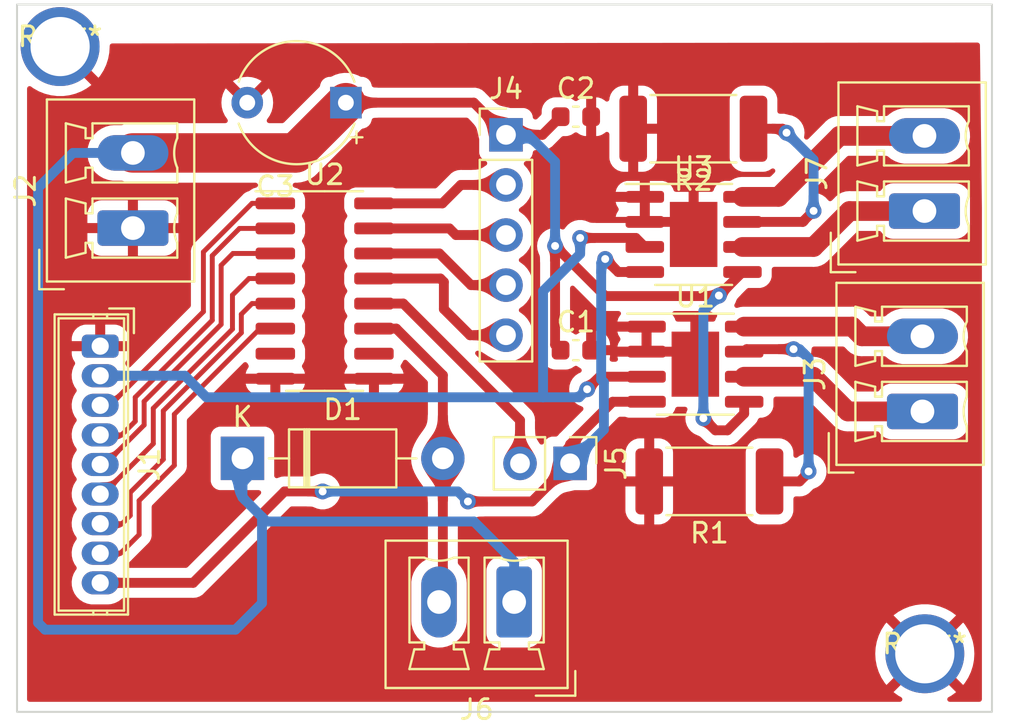
<source format=kicad_pcb>
(kicad_pcb (version 20211014) (generator pcbnew)
  (layers (0 "F.Cu" signal) (31 "B.Cu" signal) (34 "B.Paste" user) (35 "F.Paste" user) (36 "B.SilkS" user "B.Silkscreen") (37 "F.SilkS" user "F.Silkscreen") (38 "B.Mask" user) (39 "F.Mask" user) (44 "Edge.Cuts" user))
  (net 0 "")
  (net 1 "Net-(R2-Pad1)")
  (net 2 "GND")
  (net 3 "Net-(R1-Pad1)")
  (net 4 "/P1")
  (net 5 "/P2")
  (net 6 "/P3")
  (net 7 "/P4")
  (net 8 "/P5")
  (net 9 "/P6")
  (net 12 "Net-(D1-Pad2)")
  (net 13 "Net-(J5-Pad2)")
  (net 14 "Net-(J4-Pad5)")
  (net 15 "Net-(J4-Pad4)")
  (net 16 "Net-(J4-Pad3)")
  (net 17 "Net-(J4-Pad2)")
  (net 18 "Net-(J1-Pad2)")
  (net 19 "VCC")
  (net 20 "VDD")
  (net 21 "Net-(J3-Pad1)")
  (net 22 "Net-(J3-Pad2)")
  (net 23 "Net-(J7-Pad1)")
  (net 24 "Net-(J7-Pad2)")
  (footprint "Resistor_SMD:R_2512_6332Metric_Pad1.40x3.35mm_HandSolder" (layer "F.Cu") (at 175.514 75.0316 180)
    (fp_text reference "R2")
    (fp_text value "0.25")
  )
  (footprint "Resistor_SMD:R_2512_6332Metric_Pad1.40x3.35mm_HandSolder" (layer "F.Cu") (at 176.3268 92.9132 180)
    (fp_text reference "R1")
    (fp_text value "0.25")
  )
  (footprint "Connector_Phoenix_MC:PhoenixContact_MCV_1,5_2-G-3.81_1x02_P3.81mm_Vertical" (layer "F.Cu") (at 187.2309 79.2051 90)
    (fp_text reference "J7")
    (fp_text value "Conn_01x02")
  )
  (footprint "Capacitor_SMD:C_0603_1608Metric" (layer "F.Cu") (at 169.5574 86.2584)
    (fp_text reference "C1")
    (fp_text value "0.1uf")
  )
  (footprint "Connector_Wuerth:Wuerth_WR-WTB_64800911622_1x09_P1.50mm_Vertical" (layer "F.Cu") (at 145.4404 86.0552 -90)
    (fp_text reference "J1")
    (fp_text value "Conn_01x09")
  )
  (footprint "Library:Hole" (layer "F.Cu") (at 143.4084 70.866)
    (fp_text reference "REF**")
    (fp_text value "Hole")
  )
  (footprint "Capacitor_SMD:C_0603_1608Metric" (layer "F.Cu") (at 169.5574 74.422)
    (fp_text reference "C2")
    (fp_text value "0.1uf")
  )
  (footprint "Connector_Phoenix_MC:PhoenixContact_MCV_1,5_2-G-3.81_1x02_P3.81mm_Vertical" (layer "F.Cu") (at 147.0989 80.0687 90)
    (fp_text reference "J2")
    (fp_text value "Conn_01x02")
  )
  (footprint "Package_SO:SOIC-8-1EP_3.9x4.9mm_P1.27mm_EP2.41x3.3mm" (layer "F.Cu") (at 175.6156 86.9696)
    (fp_text reference "U1")
    (fp_text value "A4950E")
  )
  (footprint "Capacitor_THT:CP_Radial_Tantal_D6.0mm_P5.00mm" (layer "F.Cu") (at 157.8972 73.7108 180)
    (fp_text reference "C3")
    (fp_text value "100uf")
  )
  (footprint "Library:Hole" (layer "F.Cu") (at 187.2488 101.6508)
    (fp_text reference "REF**")
    (fp_text value "Hole")
  )
  (footprint "Connector_PinHeader_2.54mm:PinHeader_1x02_P2.54mm_Vertical" (layer "F.Cu") (at 169.2656 91.9988 -90)
    (fp_text reference "J5")
    (fp_text value "Conn_01x02")
  )
  (footprint "Package_SO:SOP-16_3.9x9.9mm_P1.27mm" (layer "F.Cu") (at 156.8196 83.2612)
    (fp_text reference "U2")
    (fp_text value "ULN2003")
  )
  (footprint "Diode_THT:D_DO-41_SOD81_P10.16mm_Horizontal" (layer "F.Cu") (at 152.654 91.7448)
    (fp_text reference "D1")
    (fp_text value "1N4007")
  )
  (footprint "Package_SO:SOIC-8-1EP_3.9x4.9mm_P1.27mm_EP2.41x3.3mm" (layer "F.Cu") (at 175.5282 80.391)
    (fp_text reference "U3")
    (fp_text value "A4950E")
  )
  (footprint "Connector_Phoenix_MC:PhoenixContact_MCV_1,5_2-G-3.81_1x02_P3.81mm_Vertical" (layer "F.Cu") (at 187.1293 89.3651 90)
    (fp_text reference "J3")
    (fp_text value "Conn_01x02")
  )
  (footprint "Connector_Phoenix_MC:PhoenixContact_MCV_1,5_2-G-3.81_1x02_P3.81mm_Vertical" (layer "F.Cu") (at 166.4287 99.0271 180)
    (fp_text reference "J6")
    (fp_text value "Conn_01x02")
  )
  (footprint "Connector_PinHeader_2.54mm:PinHeader_1x05_P2.54mm_Vertical" (layer "F.Cu") (at 166.0144 75.3414)
    (fp_text reference "J4")
    (fp_text value "Conn_01x05")
  )
  (gr_rect (start 190.6524 104.5972) (end 141.224 68.7324) (layer "Edge.Cuts") (width 0.1) (fill none))
  (segment (start 180.2384 75.2348) (end 180.2892 75.2856) (width 0.5) (layer "F.Cu") (net 1))
  (segment (start 180.0352 75.0316) (end 180.2384 75.2348) (width 0.5) (layer "F.Cu") (net 1))
  (segment (start 181.0512 79.756) (end 178.0032 79.756) (width 0.5) (layer "F.Cu") (net 1))
  (segment (start 181.61 79.1972) (end 181.0512 79.756) (width 0.5) (layer "F.Cu") (net 1))
  (segment (start 178.564 75.0316) (end 180.0352 75.0316) (width 0.5) (layer "F.Cu") (net 1))
  (via (at 180.2384 75.2348) (size 0.8) (drill 0.4) (layers "F.Cu" "B.Cu") (net 1))
  (via (at 181.61 79.1972) (size 0.8) (drill 0.4) (layers "F.Cu" "B.Cu") (net 1))
  (segment (start 181.61 76.6064) (end 181.61 79.1972) (width 0.5) (layer "B.Cu") (net 1))
  (segment (start 180.2384 75.2348) (end 181.61 76.6064) (width 0.5) (layer "B.Cu") (net 1))
  (segment (start 174.9806 86.3346) (end 175.6156 86.9696) (width 0.5) (layer "F.Cu") (net 2))
  (segment (start 173.1406 86.3346) (end 174.9806 86.3346) (width 0.5) (layer "F.Cu") (net 2))
  (segment (start 173.0532 79.756) (end 174.8932 79.756) (width 0.5) (layer "F.Cu") (net 2))
  (segment (start 174.8932 79.756) (end 175.5282 80.391) (width 0.5) (layer "F.Cu") (net 2))
  (segment (start 181.356 92.456) (end 181.356 92.4052) (width 0.5) (layer "F.Cu") (net 3))
  (segment (start 180.8988 92.9132) (end 181.1528 92.6592) (width 0.5) (layer "F.Cu") (net 3))
  (segment (start 179.3768 92.9132) (end 180.8988 92.9132) (width 0.5) (layer "F.Cu") (net 3))
  (segment (start 180.594 86.2076) (end 178.2176 86.2076) (width 0.5) (layer "F.Cu") (net 3))
  (segment (start 181.1528 92.6592) (end 181.356 92.456) (width 0.5) (layer "F.Cu") (net 3))
  (segment (start 178.2176 86.2076) (end 178.0906 86.3346) (width 0.5) (layer "F.Cu") (net 3))
  (via (at 180.594 86.2076) (size 0.8) (drill 0.4) (layers "F.Cu" "B.Cu") (net 3))
  (via (at 181.356 92.4052) (size 0.8) (drill 0.4) (layers "F.Cu" "B.Cu") (net 3))
  (segment (start 181.102 86.4108) (end 180.8988 86.2076) (width 0.5) (layer "B.Cu") (net 3))
  (segment (start 180.8988 86.2076) (end 180.594 86.2076) (width 0.5) (layer "B.Cu") (net 3))
  (segment (start 181.356 86.6648) (end 181.102 86.4108) (width 0.5) (layer "B.Cu") (net 3))
  (segment (start 181.356 92.4052) (end 181.356 86.6648) (width 0.5) (layer "B.Cu") (net 3))
  (segment (start 145.9254 89.0552) (end 145.4404 89.0552) (width 0.25) (layer "F.Cu") (net 4))
  (segment (start 154.3196 78.8162) (end 153.1366 78.8162) (width 0.25) (layer "F.Cu") (net 4))
  (segment (start 150.6728 81.28) (end 150.6728 84.3078) (width 0.25) (layer "F.Cu") (net 4))
  (segment (start 150.6728 84.3078) (end 145.9254 89.0552) (width 0.25) (layer "F.Cu") (net 4))
  (segment (start 153.1366 78.8162) (end 150.6728 81.28) (width 0.25) (layer "F.Cu") (net 4))
  (segment (start 154.3196 80.0862) (end 152.502996 80.0862) (width 0.25) (layer "F.Cu") (net 5))
  (segment (start 147.2184 89.8652) (end 146.5284 90.5552) (width 0.25) (layer "F.Cu") (net 5))
  (segment (start 151.1228 84.7416) (end 147.2184 88.646) (width 0.25) (layer "F.Cu") (net 5))
  (segment (start 152.502996 80.0862) (end 151.1228 81.466396) (width 0.25) (layer "F.Cu") (net 5))
  (segment (start 146.5284 90.5552) (end 145.4404 90.5552) (width 0.25) (layer "F.Cu") (net 5))
  (segment (start 147.2184 88.646) (end 147.2184 89.8652) (width 0.25) (layer "F.Cu") (net 5))
  (segment (start 151.1228 81.466396) (end 151.1228 84.7416) (width 0.25) (layer "F.Cu") (net 5))
  (segment (start 152.1714 81.3562) (end 151.5728 81.9548) (width 0.25) (layer "F.Cu") (net 6))
  (segment (start 147.6684 90.051596) (end 145.664796 92.0552) (width 0.25) (layer "F.Cu") (net 6))
  (segment (start 145.664796 92.0552) (end 145.4404 92.0552) (width 0.25) (layer "F.Cu") (net 6))
  (segment (start 147.6684 88.8564) (end 147.6684 90.051596) (width 0.25) (layer "F.Cu") (net 6))
  (segment (start 151.5728 81.9548) (end 151.5728 84.952) (width 0.25) (layer "F.Cu") (net 6))
  (segment (start 151.5728 84.952) (end 147.6684 88.8564) (width 0.25) (layer "F.Cu") (net 6))
  (segment (start 154.3196 81.3562) (end 152.1714 81.3562) (width 0.25) (layer "F.Cu") (net 6))
  (segment (start 154.3196 82.6262) (end 152.9842 82.6262) (width 0.25) (layer "F.Cu") (net 7))
  (segment (start 148.1328 90.999734) (end 145.577334 93.5552) (width 0.25) (layer "F.Cu") (net 7))
  (segment (start 145.577334 93.5552) (end 145.4404 93.5552) (width 0.25) (layer "F.Cu") (net 7))
  (segment (start 152.146 85.1916) (end 148.1328 89.2048) (width 0.25) (layer "F.Cu") (net 7))
  (segment (start 152.9842 82.6262) (end 152.146 83.4644) (width 0.25) (layer "F.Cu") (net 7))
  (segment (start 152.146 83.4644) (end 152.146 85.1916) (width 0.25) (layer "F.Cu") (net 7))
  (segment (start 148.1328 89.2048) (end 148.1328 90.999734) (width 0.25) (layer "F.Cu") (net 7))
  (segment (start 146.5496 95.0552) (end 145.4404 95.0552) (width 0.25) (layer "F.Cu") (net 8))
  (segment (start 153.1366 83.8962) (end 152.596 84.4368) (width 0.25) (layer "F.Cu") (net 8))
  (segment (start 148.6408 91.7956) (end 146.9644 93.472) (width 0.25) (layer "F.Cu") (net 8))
  (segment (start 146.9644 94.6404) (end 146.5496 95.0552) (width 0.25) (layer "F.Cu") (net 8))
  (segment (start 152.596 84.4368) (end 152.596 85.377996) (width 0.25) (layer "F.Cu") (net 8))
  (segment (start 154.3196 83.8962) (end 153.1366 83.8962) (width 0.25) (layer "F.Cu") (net 8))
  (segment (start 148.6408 89.333196) (end 148.6408 91.7956) (width 0.25) (layer "F.Cu") (net 8))
  (segment (start 146.9644 93.472) (end 146.9644 94.6404) (width 0.25) (layer "F.Cu") (net 8))
  (segment (start 152.596 85.377996) (end 148.6408 89.333196) (width 0.25) (layer "F.Cu") (net 8))
  (segment (start 147.4144 95.6128) (end 146.472 96.5552) (width 0.25) (layer "F.Cu") (net 9))
  (segment (start 147.4144 93.8856) (end 147.4144 95.6128) (width 0.25) (layer "F.Cu") (net 9))
  (segment (start 146.472 96.5552) (end 145.4404 96.5552) (width 0.25) (layer "F.Cu") (net 9))
  (segment (start 149.1996 92.1004) (end 147.4144 93.8856) (width 0.25) (layer "F.Cu") (net 9))
  (segment (start 153.543 85.1662) (end 149.1996 89.5096) (width 0.25) (layer "F.Cu") (net 9))
  (segment (start 149.1996 89.5096) (end 149.1996 92.1004) (width 0.25) (layer "F.Cu") (net 9))
  (segment (start 154.3196 85.1662) (end 153.543 85.1662) (width 0.25) (layer "F.Cu") (net 9))
  (segment (start 162.814 87.5284) (end 162.814 91.7448) (width 0.5) (layer "F.Cu") (net 12))
  (segment (start 159.3196 85.1662) (end 160.4518 85.1662) (width 0.5) (layer "F.Cu") (net 12))
  (segment (start 160.4518 85.1662) (end 162.814 87.5284) (width 0.5) (layer "F.Cu") (net 12))
  (segment (start 162.814 98.8318) (end 162.6187 99.0271) (width 0.5) (layer "F.Cu") (net 12))
  (segment (start 162.814 91.7448) (end 162.814 98.8318) (width 0.5) (layer "F.Cu") (net 12))
  (segment (start 159.3196 83.8962) (end 160.8074 83.8962) (width 0.5) (layer "F.Cu") (net 13))
  (segment (start 166.7256 89.8144) (end 166.7256 91.9988) (width 0.5) (layer "F.Cu") (net 13))
  (segment (start 160.8074 83.8962) (end 166.7256 89.8144) (width 0.5) (layer "F.Cu") (net 13))
  (segment (start 164.1906 85.5014) (end 162.8648 84.1756) (width 0.5) (layer "F.Cu") (net 14))
  (segment (start 162.687 82.6262) (end 159.3196 82.6262) (width 0.5) (layer "F.Cu") (net 14))
  (segment (start 166.0144 85.5014) (end 164.1906 85.5014) (width 0.5) (layer "F.Cu") (net 14))
  (segment (start 162.8648 82.804) (end 162.687 82.6262) (width 0.5) (layer "F.Cu") (net 14))
  (segment (start 162.8648 84.1756) (end 162.8648 82.804) (width 0.5) (layer "F.Cu") (net 14))
  (segment (start 162.6362 81.3562) (end 159.3196 81.3562) (width 0.5) (layer "F.Cu") (net 15))
  (segment (start 164.2414 82.9614) (end 162.6362 81.3562) (width 0.5) (layer "F.Cu") (net 15))
  (segment (start 166.0144 82.9614) (end 164.2414 82.9614) (width 0.5) (layer "F.Cu") (net 15))
  (segment (start 163.4794 80.4214) (end 163.1442 80.0862) (width 0.5) (layer "F.Cu") (net 16))
  (segment (start 166.0144 80.4214) (end 163.4794 80.4214) (width 0.5) (layer "F.Cu") (net 16))
  (segment (start 163.1442 80.0862) (end 159.3196 80.0862) (width 0.5) (layer "F.Cu") (net 16))
  (segment (start 162.7886 78.8162) (end 159.3196 78.8162) (width 0.5) (layer "F.Cu") (net 17))
  (segment (start 163.7234 77.8814) (end 162.7886 78.8162) (width 0.5) (layer "F.Cu") (net 17))
  (segment (start 166.0144 77.8814) (end 163.7234 77.8814) (width 0.5) (layer "F.Cu") (net 17))
  (segment (start 170.7642 87.6046) (end 173.1406 87.6046) (width 0.5) (layer "F.Cu") (net 18))
  (segment (start 169.7736 80.5688) (end 172.596 80.5688) (width 0.5) (layer "F.Cu") (net 18))
  (segment (start 170.1292 88.2396) (end 170.7642 87.6046) (width 0.5) (layer "F.Cu") (net 18))
  (segment (start 172.596 80.5688) (end 173.0532 81.026) (width 0.5) (layer "F.Cu") (net 18))
  (via (at 170.1292 88.2396) (size 0.8) (drill 0.4) (layers "F.Cu" "B.Cu") (net 18))
  (via (at 169.7736 80.5688) (size 0.8) (drill 0.4) (layers "F.Cu" "B.Cu") (net 18))
  (segment (start 169.7228 88.646) (end 170.1292 88.2396) (width 0.5) (layer "B.Cu") (net 18))
  (segment (start 149.7344 87.5552) (end 150.8252 88.646) (width 0.5) (layer "B.Cu") (net 18))
  (segment (start 150.8252 88.646) (end 167.894 88.646) (width 0.5) (layer "B.Cu") (net 18))
  (segment (start 169.7736 80.5688) (end 169.7736 81.3816) (width 0.5) (layer "B.Cu") (net 18))
  (segment (start 167.894 88.646) (end 169.7228 88.646) (width 0.5) (layer "B.Cu") (net 18))
  (segment (start 167.894 83.2612) (end 167.894 88.646) (width 0.5) (layer "B.Cu") (net 18))
  (segment (start 145.4404 87.5552) (end 149.7344 87.5552) (width 0.5) (layer "B.Cu") (net 18))
  (segment (start 169.7736 81.3816) (end 167.894 83.2612) (width 0.5) (layer "B.Cu") (net 18))
  (segment (start 156.718 93.4212) (end 154.7876 93.4212) (width 0.5) (layer "F.Cu") (net 19))
  (segment (start 150.1536 98.0552) (end 145.4404 98.0552) (width 0.5) (layer "F.Cu") (net 19))
  (segment (start 169.2656 91.9988) (end 167.3352 93.9292) (width 0.5) (layer "F.Cu") (net 19))
  (segment (start 154.7876 93.4212) (end 150.1536 98.0552) (width 0.5) (layer "F.Cu") (net 19))
  (segment (start 173.1406 88.8746) (end 171.4246 88.8746) (width 0.5) (layer "F.Cu") (net 19))
  (segment (start 171.0436 81.6356) (end 171.704 82.296) (width 0.5) (layer "F.Cu") (net 19))
  (segment (start 169.2656 91.0336) (end 169.2656 91.9988) (width 0.5) (layer "F.Cu") (net 19))
  (segment (start 167.3352 93.9292) (end 164.084 93.9292) (width 0.5) (layer "F.Cu") (net 19))
  (segment (start 171.4246 88.8746) (end 169.2656 91.0336) (width 0.5) (layer "F.Cu") (net 19))
  (segment (start 171.704 82.296) (end 173.0532 82.296) (width 0.5) (layer "F.Cu") (net 19))
  (via (at 164.084 93.9292) (size 0.8) (drill 0.4) (layers "F.Cu" "B.Cu") (net 19))
  (via (at 171.0436 81.6356) (size 0.8) (drill 0.4) (layers "F.Cu" "B.Cu") (net 19))
  (via (at 156.718 93.4212) (size 0.8) (drill 0.4) (layers "F.Cu" "B.Cu") (net 19))
  (segment (start 170.9792 87.887518) (end 170.9792 90.2852) (width 0.5) (layer "B.Cu") (net 19))
  (segment (start 170.8404 81.8388) (end 170.8404 87.748718) (width 0.5) (layer "B.Cu") (net 19))
  (segment (start 156.718 93.4212) (end 163.576 93.4212) (width 0.5) (layer "B.Cu") (net 19))
  (segment (start 170.8404 87.748718) (end 170.9792 87.887518) (width 0.5) (layer "B.Cu") (net 19))
  (segment (start 171.0436 81.6356) (end 170.8404 81.8388) (width 0.5) (layer "B.Cu") (net 19))
  (segment (start 163.576 93.4212) (end 164.084 93.9292) (width 0.5) (layer "B.Cu") (net 19))
  (segment (start 170.9792 90.2852) (end 169.2656 91.9988) (width 0.5) (layer "B.Cu") (net 19))
  (segment (start 177.2412 90.3224) (end 178.0906 89.473) (width 0.5) (layer "F.Cu") (net 20))
  (segment (start 168.5036 80.9752) (end 168.5036 85.9796) (width 0.5) (layer "F.Cu") (net 20))
  (segment (start 166.0144 75.3414) (end 167.863 75.3414) (width 0.5) (layer "F.Cu") (net 20))
  (segment (start 155.3493 76.2587) (end 157.8972 73.7108) (width 2) (layer "F.Cu") (net 20))
  (segment (start 168.5036 85.9796) (end 168.7824 86.2584) (width 0.5) (layer "F.Cu") (net 20))
  (segment (start 178.0906 89.473) (end 178.0906 88.8746) (width 0.5) (layer "F.Cu") (net 20))
  (segment (start 171.0436 83.5152) (end 176.784 83.5152) (width 0.5) (layer "F.Cu") (net 20))
  (segment (start 164.3838 73.7108) (end 166.0144 75.3414) (width 0.5) (layer "F.Cu") (net 20))
  (segment (start 157.8972 73.7108) (end 164.3838 73.7108) (width 0.5) (layer "F.Cu") (net 20))
  (segment (start 176.8094 83.4898) (end 178.0032 82.296) (width 0.5) (layer "F.Cu") (net 20))
  (segment (start 176.6316 90.3224) (end 177.2412 90.3224) (width 0.5) (layer "F.Cu") (net 20))
  (segment (start 167.863 75.3414) (end 168.7824 74.422) (width 0.5) (layer "F.Cu") (net 20))
  (segment (start 147.0989 76.2587) (end 155.3493 76.2587) (width 2) (layer "F.Cu") (net 20))
  (segment (start 176.022 89.7128) (end 176.6316 90.3224) (width 0.5) (layer "F.Cu") (net 20))
  (segment (start 176.784 83.5152) (end 176.8094 83.4898) (width 0.5) (layer "F.Cu") (net 20))
  (segment (start 168.5036 80.9752) (end 171.0436 83.5152) (width 0.5) (layer "F.Cu") (net 20))
  (via (at 168.5036 80.9752) (size 0.8) (drill 0.4) (layers "F.Cu" "B.Cu") (net 20))
  (via (at 176.022 89.7128) (size 0.8) (drill 0.4) (layers "F.Cu" "B.Cu") (net 20))
  (via (at 176.8094 83.4898) (size 0.8) (drill 0.4) (layers "F.Cu" "B.Cu") (net 20))
  (segment (start 152.654 91.7448) (end 152.654 93.726) (width 0.5) (layer "B.Cu") (net 20))
  (segment (start 168.148 76.3524) (end 168.5036 76.708) (width 0.5) (layer "B.Cu") (net 20))
  (segment (start 176.022 84.2772) (end 176.022 89.7128) (width 0.5) (layer "B.Cu") (net 20))
  (segment (start 153.6446 94.7166) (end 153.8732 94.9452) (width 0.5) (layer "B.Cu") (net 20))
  (segment (start 142.2908 100.076) (end 142.6464 100.4316) (width 0.5) (layer "B.Cu") (net 20))
  (segment (start 142.2908 78.0288) (end 142.2908 100.076) (width 0.5) (layer "B.Cu") (net 20))
  (segment (start 142.6464 100.4316) (end 152.2984 100.4316) (width 0.5) (layer "B.Cu") (net 20))
  (segment (start 164.3888 94.9452) (end 166.4287 96.9851) (width 0.5) (layer "B.Cu") (net 20))
  (segment (start 153.8732 94.9452) (end 164.3888 94.9452) (width 0.5) (layer "B.Cu") (net 20))
  (segment (start 153.6446 99.0854) (end 153.6446 94.7166) (width 0.5) (layer "B.Cu") (net 20))
  (segment (start 167.137 75.3414) (end 168.148 76.3524) (width 0.5) (layer "B.Cu") (net 20))
  (segment (start 176.8094 83.4898) (end 176.022 84.2772) (width 0.5) (layer "B.Cu") (net 20))
  (segment (start 166.0144 75.3414) (end 167.137 75.3414) (width 0.5) (layer "B.Cu") (net 20))
  (segment (start 152.2984 100.4316) (end 153.6446 99.0854) (width 0.5) (layer "B.Cu") (net 20))
  (segment (start 152.654 93.726) (end 153.6446 94.7166) (width 0.5) (layer "B.Cu") (net 20))
  (segment (start 147.0989 76.2587) (end 144.0609 76.2587) (width 0.5) (layer "B.Cu") (net 20))
  (segment (start 168.5036 76.708) (end 168.5036 80.9752) (width 0.5) (layer "B.Cu") (net 20))
  (segment (start 166.4287 96.9851) (end 166.4287 99.0271) (width 0.5) (layer "B.Cu") (net 20))
  (segment (start 144.0609 76.2587) (end 142.2908 78.0288) (width 0.5) (layer "B.Cu") (net 20))
  (segment (start 181.5846 87.6046) (end 178.0906 87.6046) (width 1) (layer "F.Cu") (net 21))
  (segment (start 183.3451 89.3651) (end 181.5846 87.6046) (width 1) (layer "F.Cu") (net 21))
  (segment (start 187.1293 89.3651) (end 183.3451 89.3651) (width 1) (layer "F.Cu") (net 21))
  (segment (start 183.5658 85.0646) (end 178.0906 85.0646) (width 1) (layer "F.Cu") (net 22))
  (segment (start 184.0563 85.5551) (end 183.5658 85.0646) (width 1) (layer "F.Cu") (net 22))
  (segment (start 187.1293 85.5551) (end 184.0563 85.5551) (width 1) (layer "F.Cu") (net 22))
  (segment (start 181.61 81.026) (end 178.0032 81.026) (width 1) (layer "F.Cu") (net 23))
  (segment (start 183.4309 79.2051) (end 181.61 81.026) (width 1) (layer "F.Cu") (net 23))
  (segment (start 187.2309 79.2051) (end 183.4309 79.2051) (width 1) (layer "F.Cu") (net 23))
  (segment (start 179.832 78.486) (end 178.0032 78.486) (width 1) (layer "F.Cu") (net 24))
  (segment (start 187.2309 75.3951) (end 182.9229 75.3951) (width 1) (layer "F.Cu") (net 24))
  (segment (start 182.9229 75.3951) (end 179.832 78.486) (width 1) (layer "F.Cu") (net 24))
  (zone (net 19) (net_name "VCC") (layer "F.Cu") (priority 16962) (connect_pads yes (clearance 0)) (min_thickness 0.0254) (fill yes (thermal_gap 0.508) (thermal_bridge_width 0.508))
    (polygon (pts (xy 146.6054 97.8052) (xy 146.4739 97.802077) (xy 146.362063 97.792868) (xy 146.265889 97.777811) (xy 146.181379 97.757144) (xy 146.104537 97.731107) (xy 146.031364 97.699937) (xy 145.957861 97.663873) (xy 145.880031 97.623153) (xy 145.793875 97.578015) (xy 145.695395 97.5287) (xy 145.1479 98.0552) (xy 145.695395 98.5817) (xy 145.793875 98.532384) (xy 145.880031 98.487246) (xy 145.957861 98.446526) (xy 146.031364 98.410462) (xy 146.104537 98.379292) (xy 146.181379 98.353255) (xy 146.265889 98.332588) (xy 146.362063 98.317531) (xy 146.4739 98.308322) (xy 146.6054 98.3052)))
  )
  (zone (net 12) (net_name "Net-(D1-Pad2)") (layer "F.Cu") (priority 16962) (connect_pads yes (clearance 0)) (min_thickness 0.0254) (fill yes (thermal_gap 0.508) (thermal_bridge_width 0.508))
    (polygon (pts (xy 163.064 93.9348) (xy 163.075172 93.680176) (xy 163.107012 93.469163) (xy 163.157005 93.292372) (xy 163.222636 93.140412) (xy 163.301391 93.003893) (xy 163.390754 92.873426) (xy 163.488211 92.739621) (xy 163.591248 92.593088) (xy 163.697349 92.424437) (xy 163.804 92.224278) (xy 162.814 91.1948) (xy 161.824 92.224278) (xy 161.93065 92.424437) (xy 162.036751 92.593088) (xy 162.139788 92.739621) (xy 162.237245 92.873426) (xy 162.326608 93.003893) (xy 162.405363 93.140412) (xy 162.470994 93.292372) (xy 162.520987 93.469163) (xy 162.552827 93.680176) (xy 162.564 93.9348)))
  )
  (zone (net 3) (net_name "Net-(R1-Pad1)") (layer "F.Cu") (priority 16962) (connect_pads yes (clearance 0)) (min_thickness 0.0254) (fill yes (thermal_gap 0.508) (thermal_bridge_width 0.508))
    (polygon (pts (xy 179.804 86.4576) (xy 179.891651 86.457981) (xy 179.96829 86.459444) (xy 180.035873 86.462468) (xy 180.096354 86.467533) (xy 180.151691 86.475117) (xy 180.203838 86.485699) (xy 180.254751 86.49976) (xy 180.306386 86.517777) (xy 180.360699 86.540231) (xy 180.419645 86.5676) (xy 180.794 86.2076) (xy 180.419645 85.8476) (xy 180.360699 85.874968) (xy 180.306386 85.897422) (xy 180.254751 85.915439) (xy 180.203838 85.9295) (xy 180.151691 85.940082) (xy 180.096354 85.947666) (xy 180.035873 85.952731) (xy 179.96829 85.955755) (xy 179.891651 85.957218) (xy 179.804 85.9576)))
  )
  (zone (net 6) (net_name "/P3") (layer "F.Cu") (priority 16962) (connect_pads yes (clearance 0)) (min_thickness 0.0254) (fill yes (thermal_gap 0.508) (thermal_bridge_width 0.508))
    (polygon (pts (xy 146.279978 91.263242) (xy 146.188686 91.345761) (xy 146.104287 91.404773) (xy 146.024504 91.443949) (xy 145.947059 91.466964) (xy 145.869677 91.47749) (xy 145.79008 91.4792) (xy 145.70599 91.475766) (xy 145.61513 91.470862) (xy 145.515225 91.46816) (xy 145.403996 91.471334) (xy 145.185595 92.198832) (xy 145.921072 92.388634) (xy 145.99152 92.277545) (xy 146.043865 92.176945) (xy 146.083487 92.084254) (xy 146.115769 91.996889) (xy 146.146094 91.91227) (xy 146.179845 91.827816) (xy 146.222404 91.740945) (xy 146.279153 91.649075) (xy 146.355475 91.549627) (xy 146.456754 91.440018)))
  )
  (zone (net 4) (net_name "/P1") (layer "F.Cu") (priority 16962) (connect_pads yes (clearance 0)) (min_thickness 0.0254) (fill yes (thermal_gap 0.508) (thermal_bridge_width 0.508))
    (polygon (pts (xy 146.349663 88.454161) (xy 146.273062 88.521887) (xy 146.20074 88.568392) (xy 146.13126 88.596316) (xy 146.063185 88.608302) (xy 145.99508 88.606993) (xy 145.925508 88.59503) (xy 145.853032 88.575055) (xy 145.776215 88.549712) (xy 145.693622 88.521643) (xy 145.603816 88.493489) (xy 145.152014 89.104084) (xy 145.854057 89.468857) (xy 145.94319 89.375088) (xy 146.014828 89.290869) (xy 146.073707 89.21345) (xy 146.124563 89.14008) (xy 146.172133 89.068011) (xy 146.221152 88.994493) (xy 146.276355 88.916776) (xy 146.34248 88.832111) (xy 146.424263 88.737747) (xy 146.526439 88.630937)))
  )
  (zone (net 20) (net_name "VDD") (layer "F.Cu") (priority 16962) (connect_pads yes (clearance 0)) (min_thickness 0.0254) (fill yes (thermal_gap 0.508) (thermal_bridge_width 0.508))
    (polygon (pts (xy 168.7536 81.7652) (xy 168.753981 81.677548) (xy 168.755444 81.600909) (xy 168.758468 81.533326) (xy 168.763533 81.472845) (xy 168.771117 81.417508) (xy 168.781699 81.365361) (xy 168.79576 81.314448) (xy 168.813777 81.262813) (xy 168.836231 81.2085) (xy 168.8636 81.149555) (xy 168.5036 80.7752) (xy 168.1436 81.149555) (xy 168.170968 81.2085) (xy 168.193422 81.262813) (xy 168.211439 81.314448) (xy 168.2255 81.365361) (xy 168.236082 81.417508) (xy 168.243666 81.472845) (xy 168.248731 81.533326) (xy 168.251755 81.600909) (xy 168.253218 81.677548) (xy 168.2536 81.7652)))
  )
  (zone (net 19) (net_name "VCC") (layer "F.Cu") (priority 16962) (connect_pads yes (clearance 0)) (min_thickness 0.0254) (fill yes (thermal_gap 0.508) (thermal_bridge_width 0.508))
    (polygon (pts (xy 155.928 93.6712) (xy 156.015651 93.671581) (xy 156.09229 93.673044) (xy 156.159873 93.676068) (xy 156.220354 93.681133) (xy 156.275691 93.688717) (xy 156.327838 93.699299) (xy 156.378751 93.71336) (xy 156.430386 93.731377) (xy 156.484699 93.753831) (xy 156.543645 93.7812) (xy 156.918 93.4212) (xy 156.543645 93.0612) (xy 156.484699 93.088568) (xy 156.430386 93.111022) (xy 156.378751 93.129039) (xy 156.327838 93.1431) (xy 156.275691 93.153682) (xy 156.220354 93.161266) (xy 156.159873 93.166331) (xy 156.09229 93.169355) (xy 156.015651 93.170818) (xy 155.928 93.1712)))
  )
  (zone (net 7) (net_name "/P4") (layer "F.Cu") (priority 16962) (connect_pads yes (clearance 0)) (min_thickness 0.0254) (fill yes (thermal_gap 0.508) (thermal_bridge_width 0.508))
    (polygon (pts (xy 146.249085 92.706673) (xy 146.153217 92.793838) (xy 146.06507 92.856919) (xy 145.98217 92.899952) (xy 145.902041 92.926969) (xy 145.822211 92.942008) (xy 145.740205 92.949101) (xy 145.653549 92.952283) (xy 145.559769 92.95559) (xy 145.456392 92.963057) (xy 145.340942 92.978717) (xy 145.202659 93.725597) (xy 145.954373 93.834584) (xy 146.011206 93.719175) (xy 146.052339 93.615394) (xy 146.082852 93.520571) (xy 146.107825 93.432037) (xy 146.132341 93.347124) (xy 146.161478 93.263162) (xy 146.200318 93.177482) (xy 146.253941 93.087416) (xy 146.327428 92.990295) (xy 146.425861 92.883449)))
  )
  (zone (net 15) (net_name "Net-(J4-Pad4)") (layer "F.Cu") (priority 16962) (connect_pads yes (clearance 0)) (min_thickness 0.0254) (fill yes (thermal_gap 0.508) (thermal_bridge_width 0.508))
    (polygon (pts (xy 164.3244 83.2114) (xy 164.518671 83.218665) (xy 164.681061 83.239522) (xy 164.818333 83.27256) (xy 164.937247 83.316368) (xy 165.044566 83.369535) (xy 165.147052 83.430652) (xy 165.251466 83.498307) (xy 165.364569 83.57109) (xy 165.493125 83.647591) (xy 165.643894 83.7264) (xy 166.4394 82.9614) (xy 165.643894 82.1964) (xy 165.493125 82.275208) (xy 165.364569 82.351709) (xy 165.251466 82.424492) (xy 165.147052 82.492147) (xy 165.044566 82.553264) (xy 164.937247 82.606431) (xy 164.818333 82.650239) (xy 164.681061 82.683277) (xy 164.518671 82.704134) (xy 164.3244 82.7114)))
  )
  (zone (net 3) (net_name "Net-(R1-Pad1)") (layer "F.Cu") (priority 16962) (connect_pads yes (clearance 0)) (min_thickness 0.0254) (fill yes (thermal_gap 0.508) (thermal_bridge_width 0.508))
    (polygon (pts (xy 180.778011 93.1632) (xy 180.870069 93.153175) (xy 180.944727 93.125967) (xy 181.005654 93.085871) (xy 181.056521 93.037183) (xy 181.100999 92.984199) (xy 181.142757 92.931215) (xy 181.185466 92.882527) (xy 181.232796 92.842431) (xy 181.288417 92.815223) (xy 181.356 92.805199) (xy 181.484316 92.25179) (xy 180.967998 92.30797) (xy 180.959391 92.352733) (xy 180.953788 92.399933) (xy 180.949195 92.447885) (xy 180.943621 92.494907) (xy 180.935073 92.539314) (xy 180.92156 92.579423) (xy 180.901089 92.61355) (xy 180.871668 92.64001) (xy 180.831306 92.657122) (xy 180.778011 92.6632)))
  )
  (zone (net 19) (net_name "VCC") (layer "F.Cu") (priority 16962) (connect_pads yes (clearance 0)) (min_thickness 0.0254) (fill yes (thermal_gap 0.508) (thermal_bridge_width 0.508))
    (polygon (pts (xy 171.77899 82.017437) (xy 171.71728 81.955188) (xy 171.664123 81.899962) (xy 171.618474 81.850035) (xy 171.579288 81.803687) (xy 171.545522 81.759196) (xy 171.516131 81.714839) (xy 171.490072 81.668896) (xy 171.466301 81.619644) (xy 171.443774 81.565363) (xy 171.421446 81.50433) (xy 170.902179 81.494179) (xy 170.91233 82.013446) (xy 170.973363 82.035774) (xy 171.027644 82.058301) (xy 171.076896 82.082072) (xy 171.122839 82.108131) (xy 171.167196 82.137522) (xy 171.211687 82.171288) (xy 171.258035 82.210474) (xy 171.307962 82.256123) (xy 171.363188 82.30928) (xy 171.425437 82.37099)))
  )
  (zone (net 12) (net_name "Net-(D1-Pad2)") (layer "F.Cu") (priority 16962) (connect_pads yes (clearance 0)) (min_thickness 0.0254) (fill yes (thermal_gap 0.508) (thermal_bridge_width 0.508))
    (polygon (pts (xy 162.564 89.5548) (xy 162.552827 89.809423) (xy 162.520987 90.020436) (xy 162.470994 90.197227) (xy 162.405363 90.349187) (xy 162.326608 90.485706) (xy 162.237245 90.616173) (xy 162.139788 90.749978) (xy 162.036751 90.896511) (xy 161.93065 91.065162) (xy 161.824 91.265322) (xy 162.814 92.2948) (xy 163.804 91.265322) (xy 163.697349 91.065162) (xy 163.591248 90.896511) (xy 163.488211 90.749978) (xy 163.390754 90.616173) (xy 163.301391 90.485706) (xy 163.222636 90.349187) (xy 163.157005 90.197227) (xy 163.107012 90.020436) (xy 163.075172 89.809423) (xy 163.064 89.5548)))
  )
  (zone (net 12) (net_name "Net-(D1-Pad2)") (layer "F.Cu") (priority 16962) (connect_pads yes (clearance 0)) (min_thickness 0.0254) (fill yes (thermal_gap 0.508) (thermal_bridge_width 0.508))
    (polygon (pts (xy 162.564 97.2418) (xy 162.555766 97.43237) (xy 162.531827 97.59124) (xy 162.493328 97.724648) (xy 162.441413 97.838832) (xy 162.377224 97.940028) (xy 162.301907 98.034474) (xy 162.216605 98.128409) (xy 162.122462 98.228069) (xy 162.020622 98.339692) (xy 161.91223 98.469517) (xy 162.52176 99.466534) (xy 163.494192 98.818504) (xy 163.442495 98.630001) (xy 163.386793 98.469992) (xy 163.32931 98.330361) (xy 163.272273 98.202993) (xy 163.217905 98.079771) (xy 163.168433 97.952579) (xy 163.126081 97.813302) (xy 163.093075 97.653824) (xy 163.071639 97.466028) (xy 163.064 97.2418)))
  )
  (zone (net 23) (net_name "Net-(J7-Pad1)") (layer "F.Cu") (priority 16962) (connect_pads yes (clearance 0)) (min_thickness 0.0254) (fill yes (thermal_gap 0.508) (thermal_bridge_width 0.508))
    (polygon (pts (xy 185.4409 79.7051) (xy 185.640502 79.70725) (xy 185.813208 79.714125) (xy 185.964118 79.726356) (xy 186.098333 79.744576) (xy 186.220952 79.769418) (xy 186.337074 79.801514) (xy 186.4518 79.841498) (xy 186.57023 79.890001) (xy 186.697463 79.947658) (xy 186.8386 80.0151) (xy 187.6809 79.2051) (xy 186.8386 78.3951) (xy 186.697463 78.462541) (xy 186.57023 78.520198) (xy 186.4518 78.568701) (xy 186.337074 78.608685) (xy 186.220952 78.640781) (xy 186.098333 78.665623) (xy 185.964118 78.683843) (xy 185.813208 78.696074) (xy 185.640502 78.702949) (xy 185.4409 78.7051)))
  )
  (zone (net 1) (net_name "Net-(R2-Pad1)") (layer "F.Cu") (priority 16962) (connect_pads yes (clearance 0)) (min_thickness 0.0254) (fill yes (thermal_gap 0.508) (thermal_bridge_width 0.508))
    (polygon (pts (xy 179.4852 75.2816) (xy 179.550199 75.282839) (xy 179.608116 75.286798) (xy 179.659711 75.293839) (xy 179.705745 75.304326) (xy 179.746979 75.31862) (xy 179.784171 75.337084) (xy 179.818084 75.360082) (xy 179.849478 75.387975) (xy 179.879112 75.421125) (xy 179.907748 75.459897) (xy 180.411757 75.334534) (xy 180.2384 74.8348) (xy 180.160226 74.83331) (xy 180.089996 74.829267) (xy 180.024967 74.823308) (xy 179.9624 74.816073) (xy 179.899553 74.8082) (xy 179.833686 74.800326) (xy 179.762058 74.793091) (xy 179.681928 74.787132) (xy 179.590556 74.783089) (xy 179.4852 74.7816)))
  )
  (zone (net 20) (net_name "VDD") (layer "F.Cu") (priority 16962) (connect_pads yes (clearance 0)) (min_thickness 0.0254) (fill yes (thermal_gap 0.508) (thermal_bridge_width 0.508))
    (polygon (pts (xy 167.7044 75.0914) (xy 167.510128 75.084134) (xy 167.347738 75.063277) (xy 167.210466 75.030239) (xy 167.091552 74.986431) (xy 166.984233 74.933264) (xy 166.881747 74.872147) (xy 166.777333 74.804492) (xy 166.66423 74.731709) (xy 166.535674 74.655208) (xy 166.384906 74.5764) (xy 165.5894 75.3414) (xy 166.384906 76.1064) (xy 166.535674 76.027591) (xy 166.66423 75.95109) (xy 166.777333 75.878307) (xy 166.881747 75.810652) (xy 166.984233 75.749535) (xy 167.091552 75.696368) (xy 167.210466 75.65256) (xy 167.347738 75.619522) (xy 167.510128 75.598665) (xy 167.7044 75.5914)))
  )
  (zone (net 18) (net_name "Net-(J1-Pad2)") (layer "F.Cu") (priority 16962) (connect_pads yes (clearance 0)) (min_thickness 0.0254) (fill yes (thermal_gap 0.508) (thermal_bridge_width 0.508))
    (polygon (pts (xy 170.511037 87.50421) (xy 170.448788 87.565919) (xy 170.393562 87.619076) (xy 170.343635 87.664725) (xy 170.297287 87.703911) (xy 170.252796 87.737677) (xy 170.208439 87.767068) (xy 170.162496 87.793127) (xy 170.113244 87.816898) (xy 170.058963 87.839425) (xy 169.99793 87.861754) (xy 169.987779 88.381021) (xy 170.507046 88.37087) (xy 170.529374 88.309836) (xy 170.551901 88.255555) (xy 170.575672 88.206303) (xy 170.601731 88.16036) (xy 170.631122 88.116003) (xy 170.664888 88.071512) (xy 170.704074 88.025164) (xy 170.749723 87.975237) (xy 170.80288 87.920011) (xy 170.86459 87.857763)))
  )
  (zone (net 20) (net_name "VDD") (layer "F.Cu") (priority 16962) (connect_pads yes (clearance 0)) (min_thickness 0.0254) (fill yes (thermal_gap 0.508) (thermal_bridge_width 0.508))
    (polygon (pts (xy 164.642614 74.323167) (xy 164.774846 74.465674) (xy 164.874925 74.59525) (xy 164.94863 74.715677) (xy 165.001738 74.830739) (xy 165.040029 74.94422) (xy 165.069281 75.059904) (xy 165.095273 75.181575) (xy 165.123784 75.313017) (xy 165.160592 75.458013) (xy 165.211476 75.620349) (xy 166.31492 75.64192) (xy 166.293349 74.538476) (xy 166.131013 74.487592) (xy 165.986017 74.450784) (xy 165.854575 74.422273) (xy 165.732904 74.396281) (xy 165.61722 74.367029) (xy 165.503739 74.328738) (xy 165.388677 74.27563) (xy 165.26825 74.201925) (xy 165.138674 74.101846) (xy 164.996167 73.969614)))
  )
  (zone (net 19) (net_name "VCC") (layer "F.Cu") (priority 16962) (connect_pads yes (clearance 0)) (min_thickness 0.0254) (fill yes (thermal_gap 0.508) (thermal_bridge_width 0.508))
    (polygon (pts (xy 169.608405 90.337242) (xy 169.471638 90.477275) (xy 169.35886 90.59892) (xy 169.264606 90.706242) (xy 169.183413 90.803302) (xy 169.109816 90.894166) (xy 169.038353 90.982897) (xy 168.96356 91.073558) (xy 168.879972 91.170213) (xy 168.782127 91.276926) (xy 168.66456 91.39776) (xy 169.2656 92.4238) (xy 170.0306 91.628294) (xy 169.976974 91.522789) (xy 169.924031 91.423276) (xy 169.875412 91.328489) (xy 169.834757 91.237159) (xy 169.805707 91.148018) (xy 169.791903 91.0598) (xy 169.796986 90.971236) (xy 169.824595 90.881059) (xy 169.878372 90.788001) (xy 169.961958 90.690795)))
  )
  (zone (net 14) (net_name "Net-(J4-Pad5)") (layer "F.Cu") (priority 16962) (connect_pads yes (clearance 0)) (min_thickness 0.0254) (fill yes (thermal_gap 0.508) (thermal_bridge_width 0.508))
    (polygon (pts (xy 164.3244 85.7514) (xy 164.518671 85.758665) (xy 164.681061 85.779522) (xy 164.818333 85.81256) (xy 164.937247 85.856368) (xy 165.044566 85.909535) (xy 165.147052 85.970652) (xy 165.251466 86.038307) (xy 165.364569 86.11109) (xy 165.493125 86.187591) (xy 165.643894 86.2664) (xy 166.4394 85.5014) (xy 165.643894 84.7364) (xy 165.493125 84.815208) (xy 165.364569 84.891709) (xy 165.251466 84.964492) (xy 165.147052 85.032147) (xy 165.044566 85.093264) (xy 164.937247 85.146431) (xy 164.818333 85.190239) (xy 164.681061 85.223277) (xy 164.518671 85.244134) (xy 164.3244 85.2514)))
  )
  (zone (net 9) (net_name "/P6") (layer "F.Cu") (priority 16962) (connect_pads yes (clearance 0)) (min_thickness 0.0254) (fill yes (thermal_gap 0.508) (thermal_bridge_width 0.508))
    (polygon (pts (xy 146.48501 96.365413) (xy 146.398255 96.434142) (xy 146.318715 96.462612) (xy 146.244335 96.457386) (xy 146.173058 96.425027) (xy 146.102827 96.372101) (xy 146.031586 96.305171) (xy 145.957278 96.230802) (xy 145.877848 96.155558) (xy 145.791239 96.086002) (xy 145.695395 96.0287) (xy 145.1479 96.5552) (xy 145.854057 96.968857) (xy 145.936453 96.897129) (xy 146.015303 96.84724) (xy 146.091801 96.813422) (xy 146.167141 96.789906) (xy 146.242519 96.770926) (xy 146.319129 96.750713) (xy 146.398166 96.723501) (xy 146.480824 96.683521) (xy 146.5683 96.625006) (xy 146.661787 96.54219)))
  )
  (zone (net 20) (net_name "VDD") (layer "F.Cu") (priority 16962) (connect_pads yes (clearance 0)) (min_thickness 0.0254) (fill yes (thermal_gap 0.508) (thermal_bridge_width 0.508))
    (polygon (pts (xy 177.191237 82.75441) (xy 177.128988 82.816119) (xy 177.073762 82.869276) (xy 177.023835 82.914925) (xy 176.977487 82.954111) (xy 176.932996 82.987877) (xy 176.888639 83.017268) (xy 176.842696 83.043327) (xy 176.793444 83.067098) (xy 176.739163 83.089625) (xy 176.67813 83.111954) (xy 176.667979 83.631221) (xy 177.187246 83.62107) (xy 177.209574 83.560036) (xy 177.232101 83.505755) (xy 177.255872 83.456503) (xy 177.281931 83.41056) (xy 177.311322 83.366203) (xy 177.345088 83.321712) (xy 177.384274 83.275364) (xy 177.429923 83.225437) (xy 177.48308 83.170211) (xy 177.54479 83.107963)))
  )
  (zone (net 17) (net_name "Net-(J4-Pad2)") (layer "F.Cu") (priority 16962) (connect_pads yes (clearance 0)) (min_thickness 0.0254) (fill yes (thermal_gap 0.508) (thermal_bridge_width 0.508))
    (polygon (pts (xy 164.3244 78.1314) (xy 164.518671 78.138665) (xy 164.681061 78.159522) (xy 164.818333 78.19256) (xy 164.937247 78.236368) (xy 165.044566 78.289535) (xy 165.147052 78.350652) (xy 165.251466 78.418307) (xy 165.364569 78.49109) (xy 165.493125 78.567591) (xy 165.643894 78.6464) (xy 166.4394 77.8814) (xy 165.643894 77.1164) (xy 165.493125 77.195208) (xy 165.364569 77.271709) (xy 165.251466 77.344492) (xy 165.147052 77.412147) (xy 165.044566 77.473264) (xy 164.937247 77.526431) (xy 164.818333 77.570239) (xy 164.681061 77.603277) (xy 164.518671 77.624134) (xy 164.3244 77.6314)))
  )
  (zone (net 16) (net_name "Net-(J4-Pad3)") (layer "F.Cu") (priority 16962) (connect_pads yes (clearance 0)) (min_thickness 0.0254) (fill yes (thermal_gap 0.508) (thermal_bridge_width 0.508))
    (polygon (pts (xy 164.3244 80.6714) (xy 164.518671 80.678665) (xy 164.681061 80.699522) (xy 164.818333 80.73256) (xy 164.937247 80.776368) (xy 165.044566 80.829535) (xy 165.147052 80.890652) (xy 165.251466 80.958307) (xy 165.364569 81.03109) (xy 165.493125 81.107591) (xy 165.643894 81.1864) (xy 166.4394 80.4214) (xy 165.643894 79.6564) (xy 165.493125 79.735208) (xy 165.364569 79.811709) (xy 165.251466 79.884492) (xy 165.147052 79.952147) (xy 165.044566 80.013264) (xy 164.937247 80.066431) (xy 164.818333 80.110239) (xy 164.681061 80.143277) (xy 164.518671 80.164134) (xy 164.3244 80.1714)))
  )
  (zone (net 18) (net_name "Net-(J1-Pad2)") (layer "F.Cu") (priority 16962) (connect_pads yes (clearance 0)) (min_thickness 0.0254) (fill yes (thermal_gap 0.508) (thermal_bridge_width 0.508))
    (polygon (pts (xy 170.5636 80.3188) (xy 170.475948 80.318418) (xy 170.399309 80.316955) (xy 170.331726 80.313931) (xy 170.271245 80.308866) (xy 170.215908 80.301282) (xy 170.163761 80.2907) (xy 170.112848 80.276639) (xy 170.061213 80.258622) (xy 170.0069 80.236168) (xy 169.947955 80.2088) (xy 169.5736 80.5688) (xy 169.947955 80.9288) (xy 170.0069 80.901431) (xy 170.061213 80.878977) (xy 170.112848 80.86096) (xy 170.163761 80.846899) (xy 170.215908 80.836317) (xy 170.271245 80.828733) (xy 170.331726 80.823668) (xy 170.399309 80.820644) (xy 170.475948 80.819181) (xy 170.5636 80.8188)))
  )
  (zone (net 24) (net_name "Net-(J7-Pad2)") (layer "F.Cu") (priority 16962) (connect_pads yes (clearance 0)) (min_thickness 0.0254) (fill yes (thermal_gap 0.508) (thermal_bridge_width 0.508))
    (polygon (pts (xy 185.4409 75.8951) (xy 185.640502 75.89725) (xy 185.813208 75.904125) (xy 185.964118 75.916356) (xy 186.098333 75.934576) (xy 186.220952 75.959418) (xy 186.337074 75.991514) (xy 186.4518 76.031498) (xy 186.57023 76.080001) (xy 186.697463 76.137658) (xy 186.8386 76.2051) (xy 187.6809 75.3951) (xy 186.8386 74.5851) (xy 186.697463 74.652541) (xy 186.57023 74.710198) (xy 186.4518 74.758701) (xy 186.337074 74.798685) (xy 186.220952 74.830781) (xy 186.098333 74.855623) (xy 185.964118 74.873843) (xy 185.813208 74.886074) (xy 185.640502 74.892949) (xy 185.4409 74.8951)))
  )
  (zone (net 19) (net_name "VCC") (layer "F.Cu") (priority 16962) (connect_pads yes (clearance 0)) (min_thickness 0.0254) (fill yes (thermal_gap 0.508) (thermal_bridge_width 0.508))
    (polygon (pts (xy 168.247367 93.370586) (xy 168.389874 93.238353) (xy 168.51945 93.138274) (xy 168.639877 93.064569) (xy 168.754939 93.011461) (xy 168.86842 92.97317) (xy 168.984104 92.943918) (xy 169.105775 92.917926) (xy 169.237217 92.889415) (xy 169.382213 92.852607) (xy 169.544549 92.801724) (xy 169.56612 91.69828) (xy 168.462676 91.719851) (xy 168.411792 91.882186) (xy 168.374984 92.027182) (xy 168.346473 92.158624) (xy 168.320481 92.280295) (xy 168.291229 92.395979) (xy 168.252938 92.50946) (xy 168.19983 92.624522) (xy 168.126125 92.744949) (xy 168.026046 92.874525) (xy 167.893814 93.017033)))
  )
  (zone (net 20) (net_name "VDD") (layer "F.Cu") (priority 16962) (connect_pads yes (clearance 0)) (min_thickness 0.0254) (fill yes (thermal_gap 0.508) (thermal_bridge_width 0.508))
    (polygon (pts (xy 169.23899 81.357037) (xy 169.17728 81.294788) (xy 169.124123 81.239562) (xy 169.078474 81.189635) (xy 169.039288 81.143287) (xy 169.005522 81.098796) (xy 168.976131 81.054439) (xy 168.950072 81.008496) (xy 168.926301 80.959244) (xy 168.903774 80.904963) (xy 168.881446 80.84393) (xy 168.362179 80.833779) (xy 168.37233 81.353046) (xy 168.433363 81.375374) (xy 168.487644 81.397901) (xy 168.536896 81.421672) (xy 168.582839 81.447731) (xy 168.627196 81.477122) (xy 168.671687 81.510888) (xy 168.718035 81.550074) (xy 168.767962 81.595723) (xy 168.823188 81.64888) (xy 168.885437 81.71059)))
  )
  (zone (net 21) (net_name "Net-(J3-Pad1)") (layer "F.Cu") (priority 16962) (connect_pads yes (clearance 0)) (min_thickness 0.0254) (fill yes (thermal_gap 0.508) (thermal_bridge_width 0.508))
    (polygon (pts (xy 185.3393 89.8651) (xy 185.538902 89.86725) (xy 185.711608 89.874125) (xy 185.862518 89.886356) (xy 185.996733 89.904576) (xy 186.119352 89.929418) (xy 186.235474 89.961514) (xy 186.3502 90.001498) (xy 186.46863 90.050001) (xy 186.595863 90.107658) (xy 186.737 90.1751) (xy 187.5793 89.3651) (xy 186.737 88.5551) (xy 186.595863 88.622541) (xy 186.46863 88.680198) (xy 186.3502 88.728701) (xy 186.235474 88.768685) (xy 186.119352 88.800781) (xy 185.996733 88.825623) (xy 185.862518 88.843843) (xy 185.711608 88.856074) (xy 185.538902 88.862949) (xy 185.3393 88.8651)))
  )
  (zone (net 8) (net_name "/P5") (layer "F.Cu") (priority 16962) (connect_pads yes (clearance 0)) (min_thickness 0.0254) (fill yes (thermal_gap 0.508) (thermal_bridge_width 0.508))
    (polygon (pts (xy 146.50774 94.920285) (xy 146.417081 94.991429) (xy 146.334827 95.018461) (xy 146.258611 95.008731) (xy 146.186068 94.969589) (xy 146.11483 94.908385) (xy 146.042531 94.83247) (xy 145.966804 94.749194) (xy 145.885284 94.665907) (xy 145.795603 94.589958) (xy 145.695395 94.5287) (xy 145.1479 95.0552) (xy 145.854057 95.468857) (xy 145.936854 95.398902) (xy 146.017362 95.353252) (xy 146.09646 95.325523) (xy 146.175028 95.309334) (xy 146.253944 95.2983) (xy 146.334087 95.286038) (xy 146.416337 95.266167) (xy 146.501572 95.232302) (xy 146.590671 95.17806) (xy 146.684515 95.09706)))
  )
  (zone (net 5) (net_name "/P2") (layer "F.Cu") (priority 16962) (connect_pads yes (clearance 0)) (min_thickness 0.0254) (fill yes (thermal_gap 0.508) (thermal_bridge_width 0.508))
    (polygon (pts (xy 146.50153 90.405294) (xy 146.411951 90.475761) (xy 146.330443 90.503175) (xy 146.254726 90.494668) (xy 146.18252 90.457376) (xy 146.111548 90.398435) (xy 146.039528 90.324978) (xy 145.964182 90.244142) (xy 145.883231 90.16306) (xy 145.794395 90.088867) (xy 145.695395 90.0287) (xy 145.1479 90.5552) (xy 145.854057 90.968857) (xy 145.936719 90.898443) (xy 146.016767 90.851642) (xy 146.095161 90.822244) (xy 146.172861 90.804038) (xy 146.250829 90.790815) (xy 146.330025 90.776363) (xy 146.41141 90.754473) (xy 146.495944 90.718935) (xy 146.584589 90.663537) (xy 146.678306 90.58207)))
  )
  (zone (net 19) (net_name "VCC") (layer "F.Cu") (priority 16962) (connect_pads yes (clearance 0)) (min_thickness 0.0254) (fill yes (thermal_gap 0.508) (thermal_bridge_width 0.508))
    (polygon (pts (xy 164.874 93.6792) (xy 164.786348 93.678818) (xy 164.709709 93.677355) (xy 164.642126 93.674331) (xy 164.581645 93.669266) (xy 164.526308 93.661682) (xy 164.474161 93.6511) (xy 164.423248 93.637039) (xy 164.371613 93.619022) (xy 164.3173 93.596568) (xy 164.258355 93.5692) (xy 163.884 93.9292) (xy 164.258355 94.2892) (xy 164.3173 94.261831) (xy 164.371613 94.239377) (xy 164.423248 94.22136) (xy 164.474161 94.207299) (xy 164.526308 94.196717) (xy 164.581645 94.189133) (xy 164.642126 94.184068) (xy 164.709709 94.181044) (xy 164.786348 94.179581) (xy 164.874 94.1792)))
  )
  (zone (net 20) (net_name "VDD") (layer "F.Cu") (priority 16962) (connect_pads yes (clearance 0)) (min_thickness 0.0254) (fill yes (thermal_gap 0.508) (thermal_bridge_width 0.508))
    (polygon (pts (xy 176.004 83.7652) (xy 176.096534 83.765376) (xy 176.177341 83.766249) (xy 176.248556 83.768333) (xy 176.312315 83.772141) (xy 176.370753 83.778188) (xy 176.426008 83.786988) (xy 176.480214 83.799054) (xy 176.535506 83.814902) (xy 176.594022 83.835045) (xy 176.657897 83.859998) (xy 177.009008 83.477294) (xy 176.612874 83.141408) (xy 176.555995 83.172073) (xy 176.503178 83.197264) (xy 176.452566 83.217509) (xy 176.402301 83.233337) (xy 176.350526 83.245278) (xy 176.295383 83.253861) (xy 176.235017 83.259616) (xy 176.167569 83.263071) (xy 176.091182 83.264755) (xy 176.004 83.2652)))
  )
  (zone (net 13) (net_name "Net-(J5-Pad2)") (layer "F.Cu") (priority 16962) (connect_pads yes (clearance 0)) (min_thickness 0.0254) (fill yes (thermal_gap 0.508) (thermal_bridge_width 0.508))
    (polygon (pts (xy 166.4756 90.3088) (xy 166.468334 90.503071) (xy 166.447477 90.665461) (xy 166.414439 90.802733) (xy 166.370631 90.921647) (xy 166.317464 91.028966) (xy 166.256347 91.131452) (xy 166.188692 91.235866) (xy 166.115909 91.348969) (xy 166.039408 91.477525) (xy 165.9606 91.628294) (xy 166.7256 92.4238) (xy 167.4906 91.628294) (xy 167.411791 91.477525) (xy 167.33529 91.348969) (xy 167.262507 91.235866) (xy 167.194852 91.131452) (xy 167.133735 91.028966) (xy 167.080568 90.921647) (xy 167.03676 90.802733) (xy 167.003722 90.665461) (xy 166.982865 90.503071) (xy 166.9756 90.3088)))
  )
  (zone (net 20) (net_name "VDD") (layer "F.Cu") (priority 16962) (connect_pads yes (clearance 0)) (min_thickness 0.0254) (fill yes (thermal_gap 0.508) (thermal_bridge_width 0.508))
    (polygon (pts (xy 176.75739 90.094637) (xy 176.69568 90.032388) (xy 176.642523 89.977162) (xy 176.596874 89.927235) (xy 176.557688 89.880887) (xy 176.523922 89.836396) (xy 176.494531 89.792039) (xy 176.468472 89.746096) (xy 176.444701 89.696844) (xy 176.422174 89.642563) (xy 176.399846 89.58153) (xy 175.880579 89.571379) (xy 175.89073 90.090646) (xy 175.951763 90.112974) (xy 176.006044 90.135501) (xy 176.055296 90.159272) (xy 176.101239 90.185331) (xy 176.145596 90.214722) (xy 176.190087 90.248488) (xy 176.236435 90.287674) (xy 176.286362 90.333323) (xy 176.341588 90.38648) (xy 176.403837 90.44819)))
  )
  (zone (net 20) (net_name "VDD") (layer "F.Cu") (priority 16962) (connect_pads yes (clearance 0)) (min_thickness 0.0254) (fill yes (thermal_gap 0.508) (thermal_bridge_width 0.508))
    (polygon (pts (xy 159.4872 73.4608) (xy 159.304959 73.454314) (xy 159.152265 73.435651) (xy 159.02288 73.406) (xy 158.910567 73.366553) (xy 158.809089 73.318499) (xy 158.712209 73.263029) (xy 158.613688 73.201334) (xy 158.50729 73.134604) (xy 158.386776 73.064029) (xy 158.245911 72.9908) (xy 157.4972 73.7108) (xy 158.245911 74.4308) (xy 158.386776 74.35757) (xy 158.50729 74.286995) (xy 158.613688 74.220265) (xy 158.712209 74.15857) (xy 158.809089 74.1031) (xy 158.910567 74.055046) (xy 159.02288 74.015599) (xy 159.152265 73.985948) (xy 159.304959 73.967285) (xy 159.4872 73.9608)))
  )
  (zone (net 1) (net_name "Net-(R2-Pad1)") (layer "F.Cu") (priority 16962) (connect_pads yes (clearance 0)) (min_thickness 0.0254) (fill yes (thermal_gap 0.508) (thermal_bridge_width 0.508))
    (polygon (pts (xy 181.041463 80.006) (xy 181.13553 79.994553) (xy 181.21039 79.963484) (xy 181.270144 79.917699) (xy 181.318895 79.862102) (xy 181.360744 79.8016) (xy 181.399791 79.741097) (xy 181.440139 79.6855) (xy 181.485888 79.639715) (xy 181.541141 79.608646) (xy 181.61 79.5972) (xy 181.751421 79.055779) (xy 181.232154 79.06593) (xy 181.219265 79.118618) (xy 181.213182 79.175486) (xy 181.210836 79.234242) (xy 181.209162 79.292597) (xy 181.205093 79.348258) (xy 181.19556 79.398936) (xy 181.177498 79.44234) (xy 181.147839 79.476179) (xy 181.103516 79.498163) (xy 181.041463 79.506)))
  )
  (zone (net 22) (net_name "Net-(J3-Pad2)") (layer "F.Cu") (priority 16962) (connect_pads yes (clearance 0)) (min_thickness 0.0254) (fill yes (thermal_gap 0.508) (thermal_bridge_width 0.508))
    (polygon (pts (xy 185.3393 86.0551) (xy 185.538902 86.05725) (xy 185.711608 86.064125) (xy 185.862518 86.076356) (xy 185.996733 86.094576) (xy 186.119352 86.119418) (xy 186.235474 86.151514) (xy 186.3502 86.191498) (xy 186.46863 86.240001) (xy 186.595863 86.297658) (xy 186.737 86.3651) (xy 187.5793 85.5551) (xy 186.737 84.7451) (xy 186.595863 84.812541) (xy 186.46863 84.870198) (xy 186.3502 84.918701) (xy 186.235474 84.958685) (xy 186.119352 84.990781) (xy 185.996733 85.015623) (xy 185.862518 85.033843) (xy 185.711608 85.046074) (xy 185.538902 85.052949) (xy 185.3393 85.0551)))
  )
  (zone (net 2) (net_name "GND") (layer "F.Cu") (connect_pads (clearance 0.508)) (min_thickness 0.254) (fill yes (thermal_gap 0.508) (thermal_bridge_width 0.508))
    (polygon (pts (xy 190.4492 104.4956) (xy 140.3604 104.4956) (xy 140.4112 70.9168) (xy 140.4112 70.7136) (xy 190.0428 70.6628)))
  )
  (zone (net 19) (net_name "VCC") (layer "B.Cu") (priority 16962) (connect_pads yes (clearance 0)) (min_thickness 0.0254) (fill yes (thermal_gap 0.508) (thermal_bridge_width 0.508))
    (polygon (pts (xy 170.283833 90.627014) (xy 170.141325 90.759246) (xy 170.011749 90.859325) (xy 169.891322 90.93303) (xy 169.77626 90.986138) (xy 169.662779 91.024429) (xy 169.547095 91.053681) (xy 169.425424 91.079673) (xy 169.293982 91.108184) (xy 169.148986 91.144992) (xy 168.986651 91.195876) (xy 168.96508 92.29932) (xy 170.068524 92.277749) (xy 170.119407 92.115413) (xy 170.156215 91.970417) (xy 170.184726 91.838975) (xy 170.210718 91.717304) (xy 170.23997 91.60162) (xy 170.278261 91.488139) (xy 170.331369 91.373077) (xy 170.405074 91.25265) (xy 170.505153 91.123074) (xy 170.637386 90.980567)))
  )
  (zone (net 19) (net_name "VCC") (layer "B.Cu") (priority 16962) (connect_pads yes (clearance 0)) (min_thickness 0.0254) (fill yes (thermal_gap 0.508) (thermal_bridge_width 0.508))
    (polygon (pts (xy 157.508 93.1712) (xy 157.420348 93.170818) (xy 157.343709 93.169355) (xy 157.276126 93.166331) (xy 157.215645 93.161266) (xy 157.160308 93.153682) (xy 157.108161 93.1431) (xy 157.057248 93.129039) (xy 157.005613 93.111022) (xy 156.9513 93.088568) (xy 156.892355 93.0612) (xy 156.518 93.4212) (xy 156.892355 93.7812) (xy 156.9513 93.753831) (xy 157.005613 93.731377) (xy 157.057248 93.71336) (xy 157.108161 93.699299) (xy 157.160308 93.688717) (xy 157.215645 93.681133) (xy 157.276126 93.676068) (xy 157.343709 93.673044) (xy 157.420348 93.671581) (xy 157.508 93.6712)))
  )
  (zone (net 20) (net_name "VDD") (layer "B.Cu") (priority 16962) (connect_pads yes (clearance 0)) (min_thickness 0.0254) (fill yes (thermal_gap 0.508) (thermal_bridge_width 0.508))
    (polygon (pts (xy 168.2536 80.1852) (xy 168.253218 80.272851) (xy 168.251755 80.34949) (xy 168.248731 80.417073) (xy 168.243666 80.477554) (xy 168.236082 80.532891) (xy 168.2255 80.585038) (xy 168.211439 80.635951) (xy 168.193422 80.687586) (xy 168.170968 80.741899) (xy 168.1436 80.800845) (xy 168.5036 81.1752) (xy 168.8636 80.800845) (xy 168.836231 80.741899) (xy 168.813777 80.687586) (xy 168.79576 80.635951) (xy 168.781699 80.585038) (xy 168.771117 80.532891) (xy 168.763533 80.477554) (xy 168.758468 80.417073) (xy 168.755444 80.34949) (xy 168.753981 80.272851) (xy 168.7536 80.1852)))
  )
  (zone (net 20) (net_name "VDD") (layer "B.Cu") (priority 16962) (connect_pads yes (clearance 0)) (min_thickness 0.0254) (fill yes (thermal_gap 0.508) (thermal_bridge_width 0.508))
    (polygon (pts (xy 176.427563 84.22519) (xy 176.489811 84.16348) (xy 176.545037 84.110323) (xy 176.594964 84.064674) (xy 176.641312 84.025488) (xy 176.685803 83.991722) (xy 176.73016 83.962331) (xy 176.776103 83.936272) (xy 176.825355 83.912501) (xy 176.879636 83.889974) (xy 176.94067 83.867646) (xy 176.950821 83.348379) (xy 176.431554 83.35853) (xy 176.409225 83.419563) (xy 176.386698 83.473844) (xy 176.362927 83.523096) (xy 176.336868 83.569039) (xy 176.307477 83.613396) (xy 176.273711 83.657887) (xy 176.234525 83.704235) (xy 176.188876 83.754162) (xy 176.135719 83.809388) (xy 176.07401 83.871637)))
  )
  (zone (net 20) (net_name "VDD") (layer "B.Cu") (priority 16962) (connect_pads yes (clearance 0)) (min_thickness 0.0254) (fill yes (thermal_gap 0.508) (thermal_bridge_width 0.508))
    (polygon (pts (xy 145.3089 76.5087) (xy 145.515218 76.516746) (xy 145.687317 76.539798) (xy 145.832483 76.576225) (xy 145.958003 76.624395) (xy 146.071163 76.682678) (xy 146.17925 76.749443) (xy 146.289551 76.823058) (xy 146.409352 76.901894) (xy 146.545939 76.984318) (xy 146.7066 77.0687) (xy 147.5489 76.2587) (xy 146.7066 75.4487) (xy 146.545939 75.533081) (xy 146.409352 75.615505) (xy 146.289551 75.694341) (xy 146.17925 75.767956) (xy 146.071163 75.834721) (xy 145.958003 75.893004) (xy 145.832483 75.941174) (xy 145.687317 75.977601) (xy 145.515218 76.000653) (xy 145.3089 76.0087)))
  )
  (zone (net 1) (net_name "Net-(R2-Pad1)") (layer "B.Cu") (priority 16962) (connect_pads yes (clearance 0)) (min_thickness 0.0254) (fill yes (thermal_gap 0.508) (thermal_bridge_width 0.508))
    (polygon (pts (xy 181.36 78.4072) (xy 181.359618 78.494851) (xy 181.358155 78.57149) (xy 181.355131 78.639073) (xy 181.350066 78.699554) (xy 181.342482 78.754891) (xy 181.3319 78.807038) (xy 181.317839 78.857951) (xy 181.299822 78.909586) (xy 181.277368 78.963899) (xy 181.25 79.022845) (xy 181.61 79.3972) (xy 181.97 79.022845) (xy 181.942631 78.963899) (xy 181.920177 78.909586) (xy 181.90216 78.857951) (xy 181.888099 78.807038) (xy 181.877517 78.754891) (xy 181.869933 78.699554) (xy 181.864868 78.639073) (xy 181.861844 78.57149) (xy 181.860381 78.494851) (xy 181.86 78.4072)))
  )
  (zone (net 20) (net_name "VDD") (layer "B.Cu") (priority 16962) (connect_pads yes (clearance 0)) (min_thickness 0.0254) (fill yes (thermal_gap 0.508) (thermal_bridge_width 0.508))
    (polygon (pts (xy 166.1787 97.2371) (xy 166.170653 97.443418) (xy 166.147601 97.615517) (xy 166.111174 97.760683) (xy 166.063004 97.886203) (xy 166.004721 97.999363) (xy 165.937956 98.10745) (xy 165.864341 98.217751) (xy 165.785505 98.337552) (xy 165.703081 98.474139) (xy 165.6187 98.6348) (xy 166.4287 99.4771) (xy 167.2387 98.6348) (xy 167.154318 98.474139) (xy 167.071894 98.337552) (xy 166.993058 98.217751) (xy 166.919443 98.10745) (xy 166.852678 97.999363) (xy 166.794395 97.886203) (xy 166.746225 97.760683) (xy 166.709798 97.615517) (xy 166.686746 97.443418) (xy 166.6787 97.2371)))
  )
  (zone (net 20) (net_name "VDD") (layer "B.Cu") (priority 16962) (connect_pads yes (clearance 0)) (min_thickness 0.0254) (fill yes (thermal_gap 0.508) (thermal_bridge_width 0.508))
    (polygon (pts (xy 152.985491 93.703939) (xy 152.856488 93.540496) (xy 152.804594 93.391084) (xy 152.817129 93.251731) (xy 152.881417 93.118466) (xy 152.98478 92.987315) (xy 153.114541 92.854308) (xy 153.25802 92.715473) (xy 153.402542 92.566837) (xy 153.535427 92.404429) (xy 153.644 92.224278) (xy 152.654 91.1948) (xy 151.876183 92.522617) (xy 152.008975 92.677225) (xy 152.098927 92.826389) (xy 152.157334 92.972057) (xy 152.195495 93.116178) (xy 152.224706 93.260699) (xy 152.256266 93.407568) (xy 152.301472 93.558734) (xy 152.371621 93.716144) (xy 152.47801 93.881747) (xy 152.631939 94.057491)))
  )
  (zone (net 20) (net_name "VDD") (layer "B.Cu") (priority 16962) (connect_pads yes (clearance 0)) (min_thickness 0.0254) (fill yes (thermal_gap 0.508) (thermal_bridge_width 0.508))
    (polygon (pts (xy 167.72206 75.572906) (xy 167.583446 75.441966) (xy 167.459305 75.338654) (xy 167.346539 75.256585) (xy 167.242049 75.189369) (xy 167.142739 75.130622) (xy 167.045509 75.073955) (xy 166.947262 75.012982) (xy 166.844901 74.941317) (xy 166.735326 74.852572) (xy 166.61544 74.74036) (xy 165.5894 75.3414) (xy 166.384906 76.1064) (xy 166.496753 76.046362) (xy 166.60157 75.981918) (xy 166.70087 75.918225) (xy 166.796164 75.860437) (xy 166.888966 75.813711) (xy 166.980786 75.783203) (xy 167.073138 75.774068) (xy 167.167534 75.791462) (xy 167.265486 75.84054) (xy 167.368506 75.92646)))
  )
  (zone (net 18) (net_name "Net-(J1-Pad2)") (layer "B.Cu") (priority 16962) (connect_pads yes (clearance 0)) (min_thickness 0.0254) (fill yes (thermal_gap 0.508) (thermal_bridge_width 0.508))
    (polygon (pts (xy 146.6054 87.3052) (xy 146.4739 87.302077) (xy 146.362063 87.292868) (xy 146.265889 87.277811) (xy 146.181379 87.257144) (xy 146.104537 87.231107) (xy 146.031364 87.199937) (xy 145.957861 87.163873) (xy 145.880031 87.123153) (xy 145.793875 87.078015) (xy 145.695395 87.0287) (xy 145.1479 87.5552) (xy 145.695395 88.0817) (xy 145.793875 88.032384) (xy 145.880031 87.987246) (xy 145.957861 87.946526) (xy 146.031364 87.910462) (xy 146.104537 87.879292) (xy 146.181379 87.853255) (xy 146.265889 87.832588) (xy 146.362063 87.817531) (xy 146.4739 87.808322) (xy 146.6054 87.8052)))
  )
  (zone (net 3) (net_name "Net-(R1-Pad1)") (layer "B.Cu") (priority 16962) (connect_pads yes (clearance 0)) (min_thickness 0.0254) (fill yes (thermal_gap 0.508) (thermal_bridge_width 0.508))
    (polygon (pts (xy 181.450343 86.40559) (xy 181.375226 86.333068) (xy 181.30772 86.272605) (xy 181.246451 86.221715) (xy 181.190046 86.177913) (xy 181.137132 86.138713) (xy 181.086334 86.101631) (xy 181.03628 86.064179) (xy 180.985595 86.023873) (xy 180.932907 85.978228) (xy 180.876842 85.924758) (xy 180.399162 86.162455) (xy 180.682594 86.597665) (xy 180.728574 86.589169) (xy 180.77162 86.585506) (xy 180.812454 86.586916) (xy 180.851793 86.593642) (xy 180.890359 86.605924) (xy 180.928872 86.624005) (xy 180.968052 86.648125) (xy 181.008618 86.678527) (xy 181.05129 86.715453) (xy 181.09679 86.759143)))
  )
  (zone (net 20) (net_name "VDD") (layer "B.Cu") (priority 16962) (connect_pads yes (clearance 0)) (min_thickness 0.0254) (fill yes (thermal_gap 0.508) (thermal_bridge_width 0.508))
    (polygon (pts (xy 175.772 88.9228) (xy 175.771618 89.010451) (xy 175.770155 89.08709) (xy 175.767131 89.154673) (xy 175.762066 89.215154) (xy 175.754482 89.270491) (xy 175.7439 89.322638) (xy 175.729839 89.373551) (xy 175.711822 89.425186) (xy 175.689368 89.479499) (xy 175.662 89.538445) (xy 176.022 89.9128) (xy 176.382 89.538445) (xy 176.354631 89.479499) (xy 176.332177 89.425186) (xy 176.31416 89.373551) (xy 176.300099 89.322638) (xy 176.289517 89.270491) (xy 176.281933 89.215154) (xy 176.276868 89.154673) (xy 176.273844 89.08709) (xy 176.272381 89.010451) (xy 176.272 88.9228)))
  )
  (zone (net 18) (net_name "Net-(J1-Pad2)") (layer "B.Cu") (priority 16962) (connect_pads yes (clearance 0)) (min_thickness 0.0254) (fill yes (thermal_gap 0.508) (thermal_bridge_width 0.508))
    (polygon (pts (xy 170.0236 81.3588) (xy 170.023981 81.271148) (xy 170.025444 81.194509) (xy 170.028468 81.126926) (xy 170.033533 81.066445) (xy 170.041117 81.011108) (xy 170.051699 80.958961) (xy 170.06576 80.908048) (xy 170.083777 80.856413) (xy 170.106231 80.8021) (xy 170.1336 80.743155) (xy 169.7736 80.3688) (xy 169.4136 80.743155) (xy 169.440968 80.8021) (xy 169.463422 80.856413) (xy 169.481439 80.908048) (xy 169.4955 80.958961) (xy 169.506082 81.011108) (xy 169.513666 81.066445) (xy 169.518731 81.126926) (xy 169.521755 81.194509) (xy 169.523218 81.271148) (xy 169.5236 81.3588)))
  )
  (zone (net 3) (net_name "Net-(R1-Pad1)") (layer "B.Cu") (priority 16962) (connect_pads yes (clearance 0)) (min_thickness 0.0254) (fill yes (thermal_gap 0.508) (thermal_bridge_width 0.508))
    (polygon (pts (xy 181.106 91.6152) (xy 181.105618 91.702851) (xy 181.104155 91.77949) (xy 181.101131 91.847073) (xy 181.096066 91.907554) (xy 181.088482 91.962891) (xy 181.0779 92.015038) (xy 181.063839 92.065951) (xy 181.045822 92.117586) (xy 181.023368 92.171899) (xy 180.996 92.230845) (xy 181.356 92.6052) (xy 181.716 92.230845) (xy 181.688631 92.171899) (xy 181.666177 92.117586) (xy 181.64816 92.065951) (xy 181.634099 92.015038) (xy 181.623517 91.962891) (xy 181.615933 91.907554) (xy 181.610868 91.847073) (xy 181.607844 91.77949) (xy 181.606381 91.702851) (xy 181.606 91.6152)))
  )
  (zone (net 19) (net_name "VCC") (layer "B.Cu") (priority 16962) (connect_pads yes (clearance 0)) (min_thickness 0.0254) (fill yes (thermal_gap 0.508) (thermal_bridge_width 0.508))
    (polygon (pts (xy 171.0904 82.3888) (xy 171.091639 82.3238) (xy 171.095598 82.265883) (xy 171.102639 82.214288) (xy 171.113126 82.168254) (xy 171.12742 82.12702) (xy 171.145884 82.089828) (xy 171.168882 82.055915) (xy 171.196775 82.024521) (xy 171.229925 81.994887) (xy 171.268697 81.966252) (xy 171.143334 81.462243) (xy 170.6436 81.6356) (xy 170.64211 81.713773) (xy 170.638067 81.784003) (xy 170.632108 81.849032) (xy 170.624873 81.911599) (xy 170.617 81.974446) (xy 170.609126 82.040313) (xy 170.601891 82.111941) (xy 170.595932 82.192071) (xy 170.591889 82.283443) (xy 170.5904 82.3888)))
  )
  (zone (net 18) (net_name "Net-(J1-Pad2)") (layer "B.Cu") (priority 16962) (connect_pads yes (clearance 0)) (min_thickness 0.0254) (fill yes (thermal_gap 0.508) (thermal_bridge_width 0.508))
    (polygon (pts (xy 169.497537 88.896) (xy 169.591303 88.88882) (xy 169.670123 88.869334) (xy 169.737051 88.840617) (xy 169.795144 88.805747) (xy 169.847454 88.7678) (xy 169.897037 88.729852) (xy 169.946949 88.694982) (xy 170.000243 88.666265) (xy 170.059975 88.646779) (xy 170.1292 88.6396) (xy 170.270621 88.098179) (xy 169.751354 88.10833) (xy 169.738208 88.148673) (xy 169.725644 88.189272) (xy 169.712425 88.229065) (xy 169.697311 88.266992) (xy 169.679066 88.301993) (xy 169.656451 88.333008) (xy 169.628228 88.358976) (xy 169.59316 88.378838) (xy 169.550009 88.391532) (xy 169.497537 88.396)))
  )
  (zone (net 1) (net_name "Net-(R2-Pad1)") (layer "B.Cu") (priority 16962) (connect_pads yes (clearance 0)) (min_thickness 0.0254) (fill yes (thermal_gap 0.508) (thermal_bridge_width 0.508))
    (polygon (pts (xy 180.97379 75.616637) (xy 180.91208 75.554388) (xy 180.858923 75.499162) (xy 180.813274 75.449235) (xy 180.774088 75.402887) (xy 180.740322 75.358396) (xy 180.710931 75.314039) (xy 180.684872 75.268096) (xy 180.661101 75.218844) (xy 180.638574 75.164563) (xy 180.616246 75.10353) (xy 180.096979 75.093379) (xy 180.10713 75.612646) (xy 180.168163 75.634974) (xy 180.222444 75.657501) (xy 180.271696 75.681272) (xy 180.317639 75.707331) (xy 180.361996 75.736722) (xy 180.406487 75.770488) (xy 180.452835 75.809674) (xy 180.502762 75.855323) (xy 180.557988 75.90848) (xy 180.620237 75.97019)))
  )
  (zone (net 19) (net_name "VCC") (layer "B.Cu") (priority 16962) (connect_pads yes (clearance 0)) (min_thickness 0.0254) (fill yes (thermal_gap 0.508) (thermal_bridge_width 0.508))
    (polygon (pts (xy 163.494421 93.6712) (xy 163.552749 93.677955) (xy 163.596402 93.696949) (xy 163.627787 93.726274) (xy 163.649309 93.76402) (xy 163.663378 93.808279) (xy 163.672399 93.857143) (xy 163.67878 93.908702) (xy 163.684928 93.961049) (xy 163.69325 94.012274) (xy 163.706154 94.06047) (xy 164.225421 94.070621) (xy 164.084 93.5292) (xy 164.015346 93.519176) (xy 163.958674 93.491968) (xy 163.910299 93.451871) (xy 163.866535 93.403184) (xy 163.823698 93.3502) (xy 163.778102 93.297216) (xy 163.726061 93.248528) (xy 163.663891 93.208432) (xy 163.587906 93.181224) (xy 163.494421 93.1712)))
  )
)
</source>
